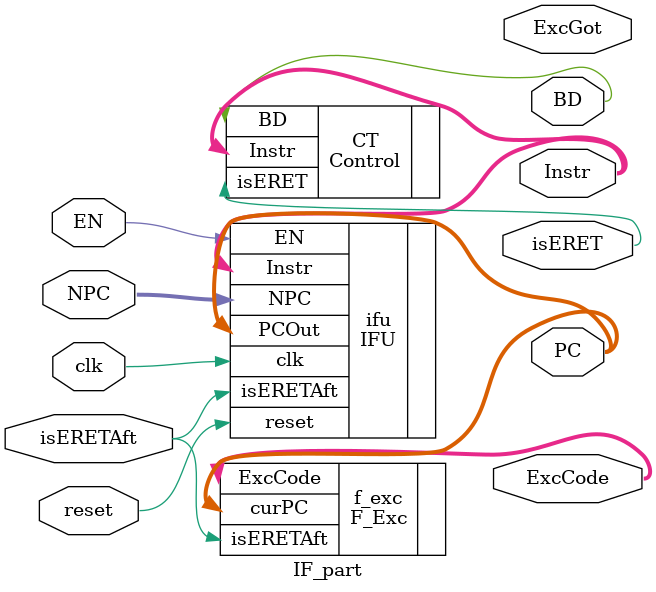
<source format=v>
`timescale 1ns / 1ps
module IF_part(
    input wire clk,
    input wire reset,
    input wire EN,
    input wire [31:0] NPC,
    input wire isERETAft,
    output wire [31:0] Instr,
    output wire [31:0] PC,
    // output wire [31:0] testInstr,
    // output wire [31:0] testPC,
    output wire ExcGot,
    output wire [4:0] ExcCode,
    output wire BD,
    output wire isERET
    );

    IFU ifu(
        .clk(clk), 
        .reset(reset), 
        .EN(EN),
        .isERETAft(isERETAft),
        .NPC(NPC),
        .Instr(Instr), 
        // .testPC(testPC),
        // .testInstr(testInstr),
        .PCOut(PC)
    );

    F_Exc f_exc(
        .curPC(PC),
        .isERETAft(isERETAft),
        .ExcCode(ExcCode)
    );

    Control CT(
        .Instr(Instr),
        .BD(BD),
        .isERET(isERET)
    );

endmodule

</source>
